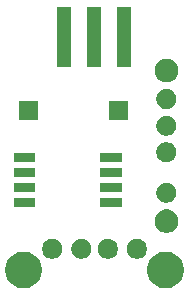
<source format=gbr>
G04 #@! TF.GenerationSoftware,KiCad,Pcbnew,5.0.2+dfsg1-1~bpo9+1*
G04 #@! TF.CreationDate,2020-11-29T19:27:56+00:00*
G04 #@! TF.ProjectId,tiny_glowstick,74696e79-5f67-46c6-9f77-737469636b2e,rev?*
G04 #@! TF.SameCoordinates,Original*
G04 #@! TF.FileFunction,Soldermask,Top*
G04 #@! TF.FilePolarity,Negative*
%FSLAX46Y46*%
G04 Gerber Fmt 4.6, Leading zero omitted, Abs format (unit mm)*
G04 Created by KiCad (PCBNEW 5.0.2+dfsg1-1~bpo9+1) date Sun 29 Nov 2020 19:27:56 GMT*
%MOMM*%
%LPD*%
G01*
G04 APERTURE LIST*
%ADD10C,0.100000*%
G04 APERTURE END LIST*
D10*
G36*
X143227527Y-78887356D02*
X143327410Y-78907224D01*
X143609674Y-79024141D01*
X143863705Y-79193879D01*
X144079741Y-79409915D01*
X144249479Y-79663946D01*
X144364292Y-79941131D01*
X144366396Y-79946211D01*
X144424990Y-80240778D01*
X144426000Y-80245860D01*
X144426000Y-80551380D01*
X144366396Y-80851030D01*
X144249479Y-81133294D01*
X144079741Y-81387325D01*
X143863705Y-81603361D01*
X143609674Y-81773099D01*
X143327410Y-81890016D01*
X143227527Y-81909884D01*
X143027762Y-81949620D01*
X142722238Y-81949620D01*
X142522473Y-81909884D01*
X142422590Y-81890016D01*
X142140326Y-81773099D01*
X141886295Y-81603361D01*
X141670259Y-81387325D01*
X141500521Y-81133294D01*
X141383604Y-80851030D01*
X141324000Y-80551380D01*
X141324000Y-80245860D01*
X141325011Y-80240778D01*
X141383604Y-79946211D01*
X141385708Y-79941131D01*
X141500521Y-79663946D01*
X141670259Y-79409915D01*
X141886295Y-79193879D01*
X142140326Y-79024141D01*
X142422590Y-78907224D01*
X142522473Y-78887356D01*
X142722238Y-78847620D01*
X143027762Y-78847620D01*
X143227527Y-78887356D01*
X143227527Y-78887356D01*
G37*
G36*
X131213327Y-78882276D02*
X131313210Y-78902144D01*
X131595474Y-79019061D01*
X131849505Y-79188799D01*
X132065541Y-79404835D01*
X132235279Y-79658866D01*
X132352196Y-79941130D01*
X132372064Y-80041013D01*
X132411800Y-80240778D01*
X132411800Y-80546302D01*
X132372064Y-80746067D01*
X132352196Y-80845950D01*
X132235279Y-81128214D01*
X132065541Y-81382245D01*
X131849505Y-81598281D01*
X131595474Y-81768019D01*
X131313210Y-81884936D01*
X131213327Y-81904804D01*
X131013562Y-81944540D01*
X130708038Y-81944540D01*
X130508273Y-81904804D01*
X130408390Y-81884936D01*
X130126126Y-81768019D01*
X129872095Y-81598281D01*
X129656059Y-81382245D01*
X129486321Y-81128214D01*
X129369404Y-80845950D01*
X129349536Y-80746067D01*
X129309800Y-80546302D01*
X129309800Y-80240778D01*
X129349536Y-80041013D01*
X129369404Y-79941130D01*
X129486321Y-79658866D01*
X129656059Y-79404835D01*
X129872095Y-79188799D01*
X130126126Y-79019061D01*
X130408390Y-78902144D01*
X130508273Y-78882276D01*
X130708038Y-78842540D01*
X131013562Y-78842540D01*
X131213327Y-78882276D01*
X131213327Y-78882276D01*
G37*
G36*
X136011228Y-77782003D02*
X136166100Y-77846153D01*
X136305481Y-77939285D01*
X136424015Y-78057819D01*
X136517147Y-78197200D01*
X136581297Y-78352072D01*
X136614000Y-78516484D01*
X136614000Y-78684116D01*
X136581297Y-78848528D01*
X136517147Y-79003400D01*
X136424015Y-79142781D01*
X136305481Y-79261315D01*
X136166100Y-79354447D01*
X136011228Y-79418597D01*
X135846816Y-79451300D01*
X135679184Y-79451300D01*
X135514772Y-79418597D01*
X135359900Y-79354447D01*
X135220519Y-79261315D01*
X135101985Y-79142781D01*
X135008853Y-79003400D01*
X134944703Y-78848528D01*
X134912000Y-78684116D01*
X134912000Y-78516484D01*
X134944703Y-78352072D01*
X135008853Y-78197200D01*
X135101985Y-78057819D01*
X135220519Y-77939285D01*
X135359900Y-77846153D01*
X135514772Y-77782003D01*
X135679184Y-77749300D01*
X135846816Y-77749300D01*
X136011228Y-77782003D01*
X136011228Y-77782003D01*
G37*
G36*
X133547428Y-77782003D02*
X133702300Y-77846153D01*
X133841681Y-77939285D01*
X133960215Y-78057819D01*
X134053347Y-78197200D01*
X134117497Y-78352072D01*
X134150200Y-78516484D01*
X134150200Y-78684116D01*
X134117497Y-78848528D01*
X134053347Y-79003400D01*
X133960215Y-79142781D01*
X133841681Y-79261315D01*
X133702300Y-79354447D01*
X133547428Y-79418597D01*
X133383016Y-79451300D01*
X133215384Y-79451300D01*
X133050972Y-79418597D01*
X132896100Y-79354447D01*
X132756719Y-79261315D01*
X132638185Y-79142781D01*
X132545053Y-79003400D01*
X132480903Y-78848528D01*
X132448200Y-78684116D01*
X132448200Y-78516484D01*
X132480903Y-78352072D01*
X132545053Y-78197200D01*
X132638185Y-78057819D01*
X132756719Y-77939285D01*
X132896100Y-77846153D01*
X133050972Y-77782003D01*
X133215384Y-77749300D01*
X133383016Y-77749300D01*
X133547428Y-77782003D01*
X133547428Y-77782003D01*
G37*
G36*
X138246428Y-77782003D02*
X138401300Y-77846153D01*
X138540681Y-77939285D01*
X138659215Y-78057819D01*
X138752347Y-78197200D01*
X138816497Y-78352072D01*
X138849200Y-78516484D01*
X138849200Y-78684116D01*
X138816497Y-78848528D01*
X138752347Y-79003400D01*
X138659215Y-79142781D01*
X138540681Y-79261315D01*
X138401300Y-79354447D01*
X138246428Y-79418597D01*
X138082016Y-79451300D01*
X137914384Y-79451300D01*
X137749972Y-79418597D01*
X137595100Y-79354447D01*
X137455719Y-79261315D01*
X137337185Y-79142781D01*
X137244053Y-79003400D01*
X137179903Y-78848528D01*
X137147200Y-78684116D01*
X137147200Y-78516484D01*
X137179903Y-78352072D01*
X137244053Y-78197200D01*
X137337185Y-78057819D01*
X137455719Y-77939285D01*
X137595100Y-77846153D01*
X137749972Y-77782003D01*
X137914384Y-77749300D01*
X138082016Y-77749300D01*
X138246428Y-77782003D01*
X138246428Y-77782003D01*
G37*
G36*
X140710228Y-77782003D02*
X140865100Y-77846153D01*
X141004481Y-77939285D01*
X141123015Y-78057819D01*
X141216147Y-78197200D01*
X141280297Y-78352072D01*
X141313000Y-78516484D01*
X141313000Y-78684116D01*
X141280297Y-78848528D01*
X141216147Y-79003400D01*
X141123015Y-79142781D01*
X141004481Y-79261315D01*
X140865100Y-79354447D01*
X140710228Y-79418597D01*
X140545816Y-79451300D01*
X140378184Y-79451300D01*
X140213772Y-79418597D01*
X140058900Y-79354447D01*
X139919519Y-79261315D01*
X139800985Y-79142781D01*
X139707853Y-79003400D01*
X139643703Y-78848528D01*
X139611000Y-78684116D01*
X139611000Y-78516484D01*
X139643703Y-78352072D01*
X139707853Y-78197200D01*
X139800985Y-78057819D01*
X139919519Y-77939285D01*
X140058900Y-77846153D01*
X140213772Y-77782003D01*
X140378184Y-77749300D01*
X140545816Y-77749300D01*
X140710228Y-77782003D01*
X140710228Y-77782003D01*
G37*
G36*
X143255881Y-75295888D02*
X143438050Y-75371345D01*
X143602003Y-75480895D01*
X143741425Y-75620317D01*
X143850975Y-75784270D01*
X143926432Y-75966439D01*
X143964900Y-76159830D01*
X143964900Y-76357010D01*
X143926432Y-76550401D01*
X143850975Y-76732570D01*
X143741425Y-76896523D01*
X143602003Y-77035945D01*
X143438050Y-77145495D01*
X143255881Y-77220952D01*
X143062490Y-77259420D01*
X142865310Y-77259420D01*
X142671919Y-77220952D01*
X142489750Y-77145495D01*
X142325797Y-77035945D01*
X142186375Y-76896523D01*
X142076825Y-76732570D01*
X142001368Y-76550401D01*
X141962900Y-76357010D01*
X141962900Y-76159830D01*
X142001368Y-75966439D01*
X142076825Y-75784270D01*
X142186375Y-75620317D01*
X142325797Y-75480895D01*
X142489750Y-75371345D01*
X142671919Y-75295888D01*
X142865310Y-75257420D01*
X143062490Y-75257420D01*
X143255881Y-75295888D01*
X143255881Y-75295888D01*
G37*
G36*
X139183700Y-75052000D02*
X137381700Y-75052000D01*
X137381700Y-74300000D01*
X139183700Y-74300000D01*
X139183700Y-75052000D01*
X139183700Y-75052000D01*
G37*
G36*
X131883700Y-75052000D02*
X130081700Y-75052000D01*
X130081700Y-74300000D01*
X131883700Y-74300000D01*
X131883700Y-75052000D01*
X131883700Y-75052000D01*
G37*
G36*
X143212128Y-73032203D02*
X143367000Y-73096353D01*
X143506381Y-73189485D01*
X143624915Y-73308019D01*
X143718047Y-73447400D01*
X143782197Y-73602272D01*
X143814900Y-73766684D01*
X143814900Y-73934316D01*
X143782197Y-74098728D01*
X143718047Y-74253600D01*
X143624915Y-74392981D01*
X143506381Y-74511515D01*
X143367000Y-74604647D01*
X143212128Y-74668797D01*
X143047716Y-74701500D01*
X142880084Y-74701500D01*
X142715672Y-74668797D01*
X142560800Y-74604647D01*
X142421419Y-74511515D01*
X142302885Y-74392981D01*
X142209753Y-74253600D01*
X142145603Y-74098728D01*
X142112900Y-73934316D01*
X142112900Y-73766684D01*
X142145603Y-73602272D01*
X142209753Y-73447400D01*
X142302885Y-73308019D01*
X142421419Y-73189485D01*
X142560800Y-73096353D01*
X142715672Y-73032203D01*
X142880084Y-72999500D01*
X143047716Y-72999500D01*
X143212128Y-73032203D01*
X143212128Y-73032203D01*
G37*
G36*
X131883700Y-73782000D02*
X130081700Y-73782000D01*
X130081700Y-73030000D01*
X131883700Y-73030000D01*
X131883700Y-73782000D01*
X131883700Y-73782000D01*
G37*
G36*
X139183700Y-73782000D02*
X137381700Y-73782000D01*
X137381700Y-73030000D01*
X139183700Y-73030000D01*
X139183700Y-73782000D01*
X139183700Y-73782000D01*
G37*
G36*
X131883700Y-72512000D02*
X130081700Y-72512000D01*
X130081700Y-71760000D01*
X131883700Y-71760000D01*
X131883700Y-72512000D01*
X131883700Y-72512000D01*
G37*
G36*
X139183700Y-72512000D02*
X137381700Y-72512000D01*
X137381700Y-71760000D01*
X139183700Y-71760000D01*
X139183700Y-72512000D01*
X139183700Y-72512000D01*
G37*
G36*
X143212128Y-69608283D02*
X143367000Y-69672433D01*
X143506381Y-69765565D01*
X143624915Y-69884099D01*
X143718047Y-70023480D01*
X143782197Y-70178352D01*
X143814900Y-70342764D01*
X143814900Y-70510396D01*
X143782197Y-70674808D01*
X143718047Y-70829680D01*
X143624915Y-70969061D01*
X143506381Y-71087595D01*
X143367000Y-71180727D01*
X143212128Y-71244877D01*
X143047716Y-71277580D01*
X142880084Y-71277580D01*
X142715672Y-71244877D01*
X142560800Y-71180727D01*
X142421419Y-71087595D01*
X142302885Y-70969061D01*
X142209753Y-70829680D01*
X142145603Y-70674808D01*
X142112900Y-70510396D01*
X142112900Y-70342764D01*
X142145603Y-70178352D01*
X142209753Y-70023480D01*
X142302885Y-69884099D01*
X142421419Y-69765565D01*
X142560800Y-69672433D01*
X142715672Y-69608283D01*
X142880084Y-69575580D01*
X143047716Y-69575580D01*
X143212128Y-69608283D01*
X143212128Y-69608283D01*
G37*
G36*
X131883700Y-71242000D02*
X130081700Y-71242000D01*
X130081700Y-70490000D01*
X131883700Y-70490000D01*
X131883700Y-71242000D01*
X131883700Y-71242000D01*
G37*
G36*
X139183700Y-71242000D02*
X137381700Y-71242000D01*
X137381700Y-70490000D01*
X139183700Y-70490000D01*
X139183700Y-71242000D01*
X139183700Y-71242000D01*
G37*
G36*
X143212128Y-67357843D02*
X143367000Y-67421993D01*
X143506381Y-67515125D01*
X143624915Y-67633659D01*
X143718047Y-67773040D01*
X143782197Y-67927912D01*
X143814900Y-68092324D01*
X143814900Y-68259956D01*
X143782197Y-68424368D01*
X143718047Y-68579240D01*
X143624915Y-68718621D01*
X143506381Y-68837155D01*
X143367000Y-68930287D01*
X143212128Y-68994437D01*
X143047716Y-69027140D01*
X142880084Y-69027140D01*
X142715672Y-68994437D01*
X142560800Y-68930287D01*
X142421419Y-68837155D01*
X142302885Y-68718621D01*
X142209753Y-68579240D01*
X142145603Y-68424368D01*
X142112900Y-68259956D01*
X142112900Y-68092324D01*
X142145603Y-67927912D01*
X142209753Y-67773040D01*
X142302885Y-67633659D01*
X142421419Y-67515125D01*
X142560800Y-67421993D01*
X142715672Y-67357843D01*
X142880084Y-67325140D01*
X143047716Y-67325140D01*
X143212128Y-67357843D01*
X143212128Y-67357843D01*
G37*
G36*
X132092900Y-67691200D02*
X130466900Y-67691200D01*
X130466900Y-66065200D01*
X132092900Y-66065200D01*
X132092900Y-67691200D01*
X132092900Y-67691200D01*
G37*
G36*
X139712900Y-67691200D02*
X138086900Y-67691200D01*
X138086900Y-66065200D01*
X139712900Y-66065200D01*
X139712900Y-67691200D01*
X139712900Y-67691200D01*
G37*
G36*
X143212128Y-65107403D02*
X143367000Y-65171553D01*
X143506381Y-65264685D01*
X143624915Y-65383219D01*
X143718047Y-65522600D01*
X143782197Y-65677472D01*
X143814900Y-65841884D01*
X143814900Y-66009516D01*
X143782197Y-66173928D01*
X143718047Y-66328800D01*
X143624915Y-66468181D01*
X143506381Y-66586715D01*
X143367000Y-66679847D01*
X143212128Y-66743997D01*
X143047716Y-66776700D01*
X142880084Y-66776700D01*
X142715672Y-66743997D01*
X142560800Y-66679847D01*
X142421419Y-66586715D01*
X142302885Y-66468181D01*
X142209753Y-66328800D01*
X142145603Y-66173928D01*
X142112900Y-66009516D01*
X142112900Y-65841884D01*
X142145603Y-65677472D01*
X142209753Y-65522600D01*
X142302885Y-65383219D01*
X142421419Y-65264685D01*
X142560800Y-65171553D01*
X142715672Y-65107403D01*
X142880084Y-65074700D01*
X143047716Y-65074700D01*
X143212128Y-65107403D01*
X143212128Y-65107403D01*
G37*
G36*
X143255881Y-62555248D02*
X143438050Y-62630705D01*
X143602003Y-62740255D01*
X143741425Y-62879677D01*
X143850975Y-63043630D01*
X143926432Y-63225799D01*
X143964900Y-63419190D01*
X143964900Y-63616370D01*
X143926432Y-63809761D01*
X143850975Y-63991930D01*
X143741425Y-64155883D01*
X143602003Y-64295305D01*
X143438050Y-64404855D01*
X143255881Y-64480312D01*
X143062490Y-64518780D01*
X142865310Y-64518780D01*
X142671919Y-64480312D01*
X142489750Y-64404855D01*
X142325797Y-64295305D01*
X142186375Y-64155883D01*
X142076825Y-63991930D01*
X142001368Y-63809761D01*
X141962900Y-63616370D01*
X141962900Y-63419190D01*
X142001368Y-63225799D01*
X142076825Y-63043630D01*
X142186375Y-62879677D01*
X142325797Y-62740255D01*
X142489750Y-62630705D01*
X142671919Y-62555248D01*
X142865310Y-62516780D01*
X143062490Y-62516780D01*
X143255881Y-62555248D01*
X143255881Y-62555248D01*
G37*
G36*
X139928420Y-63246840D02*
X138826420Y-63246840D01*
X138826420Y-58144840D01*
X139928420Y-58144840D01*
X139928420Y-63246840D01*
X139928420Y-63246840D01*
G37*
G36*
X134848420Y-63246840D02*
X133746420Y-63246840D01*
X133746420Y-58144840D01*
X134848420Y-58144840D01*
X134848420Y-63246840D01*
X134848420Y-63246840D01*
G37*
G36*
X137388420Y-63246840D02*
X136286420Y-63246840D01*
X136286420Y-58144840D01*
X137388420Y-58144840D01*
X137388420Y-63246840D01*
X137388420Y-63246840D01*
G37*
M02*

</source>
